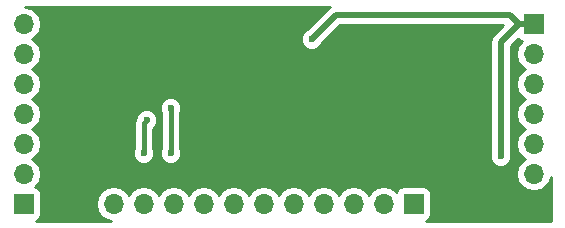
<source format=gbr>
G04 #@! TF.FileFunction,Copper,L1,Top,Signal*
%FSLAX46Y46*%
G04 Gerber Fmt 4.6, Leading zero omitted, Abs format (unit mm)*
G04 Created by KiCad (PCBNEW 4.0.4-stable) date 12/09/17 21:43:01*
%MOMM*%
%LPD*%
G01*
G04 APERTURE LIST*
%ADD10C,0.100000*%
%ADD11R,1.700000X1.700000*%
%ADD12O,1.700000X1.700000*%
%ADD13C,0.600000*%
%ADD14C,0.500000*%
%ADD15C,0.400000*%
%ADD16C,0.250000*%
G04 APERTURE END LIST*
D10*
D11*
X116840000Y-86360000D03*
D12*
X116840000Y-83820000D03*
X116840000Y-81280000D03*
X116840000Y-78740000D03*
X116840000Y-76200000D03*
X116840000Y-73660000D03*
X116840000Y-71120000D03*
D11*
X160020000Y-71120000D03*
D12*
X160020000Y-73660000D03*
X160020000Y-76200000D03*
X160020000Y-78740000D03*
X160020000Y-81280000D03*
X160020000Y-83820000D03*
X160020000Y-86360000D03*
D11*
X149860000Y-86360000D03*
D12*
X147320000Y-86360000D03*
X144780000Y-86360000D03*
X142240000Y-86360000D03*
X139700000Y-86360000D03*
X137160000Y-86360000D03*
X134620000Y-86360000D03*
X132080000Y-86360000D03*
X129540000Y-86360000D03*
X127000000Y-86360000D03*
X124460000Y-86360000D03*
D13*
X147828000Y-81788000D03*
X147828000Y-79248000D03*
X147828000Y-76454000D03*
X151638000Y-82042000D03*
X147828000Y-74168000D03*
X124968000Y-71882000D03*
X128524000Y-76708000D03*
X131826000Y-83566000D03*
X147828000Y-71882000D03*
X151892000Y-71882000D03*
X138430000Y-71120000D03*
X141224000Y-72390000D03*
X157226000Y-82296000D03*
X127000000Y-82042000D03*
X127254000Y-79248000D03*
X129286000Y-82042000D03*
X129286000Y-78232000D03*
D14*
X160020000Y-71120000D02*
X158750000Y-71120000D01*
X158750000Y-71120000D02*
X157988000Y-70358000D01*
X143256000Y-70358000D02*
X141224000Y-72390000D01*
X157988000Y-70358000D02*
X143256000Y-70358000D01*
X157226000Y-72644000D02*
X157226000Y-82296000D01*
X158750000Y-71120000D02*
X157226000Y-72644000D01*
D15*
X127000000Y-79502000D02*
X127000000Y-82042000D01*
X127254000Y-79248000D02*
X127000000Y-79502000D01*
X129286000Y-78232000D02*
X129286000Y-82042000D01*
D16*
G36*
X142637282Y-69739282D02*
X140820828Y-71555736D01*
X140700714Y-71605366D01*
X140440280Y-71865345D01*
X140299161Y-72205199D01*
X140298840Y-72573187D01*
X140439366Y-72913286D01*
X140699345Y-73173720D01*
X141039199Y-73314839D01*
X141407187Y-73315160D01*
X141747286Y-73174634D01*
X142007720Y-72914655D01*
X142058093Y-72793343D01*
X143618436Y-71233000D01*
X157399563Y-71233000D01*
X156607282Y-72025282D01*
X156417605Y-72309152D01*
X156351000Y-72644000D01*
X156351000Y-81991173D01*
X156301161Y-82111199D01*
X156300840Y-82479187D01*
X156441366Y-82819286D01*
X156701345Y-83079720D01*
X157041199Y-83220839D01*
X157409187Y-83221160D01*
X157749286Y-83080634D01*
X158009720Y-82820655D01*
X158150839Y-82480801D01*
X158151160Y-82112813D01*
X158101000Y-81991416D01*
X158101000Y-73006436D01*
X158705343Y-72402093D01*
X158713219Y-72414332D01*
X158922076Y-72557038D01*
X159010950Y-72575035D01*
X158948120Y-72617017D01*
X158628381Y-73095542D01*
X158516103Y-73660000D01*
X158628381Y-74224458D01*
X158948120Y-74702983D01*
X159287876Y-74930000D01*
X158948120Y-75157017D01*
X158628381Y-75635542D01*
X158516103Y-76200000D01*
X158628381Y-76764458D01*
X158948120Y-77242983D01*
X159287876Y-77470000D01*
X158948120Y-77697017D01*
X158628381Y-78175542D01*
X158516103Y-78740000D01*
X158628381Y-79304458D01*
X158948120Y-79782983D01*
X159287876Y-80010000D01*
X158948120Y-80237017D01*
X158628381Y-80715542D01*
X158516103Y-81280000D01*
X158628381Y-81844458D01*
X158948120Y-82322983D01*
X159287876Y-82550000D01*
X158948120Y-82777017D01*
X158628381Y-83255542D01*
X158516103Y-83820000D01*
X158628381Y-84384458D01*
X158948120Y-84862983D01*
X159426645Y-85182722D01*
X159991103Y-85295000D01*
X160048897Y-85295000D01*
X160613355Y-85182722D01*
X161091880Y-84862983D01*
X161411619Y-84384458D01*
X161475000Y-84065821D01*
X161475000Y-87815000D01*
X150881361Y-87815000D01*
X150941611Y-87803663D01*
X151154332Y-87666781D01*
X151297038Y-87457924D01*
X151347244Y-87210000D01*
X151347244Y-85510000D01*
X151303663Y-85278389D01*
X151166781Y-85065668D01*
X150957924Y-84922962D01*
X150710000Y-84872756D01*
X149010000Y-84872756D01*
X148778389Y-84916337D01*
X148565668Y-85053219D01*
X148422962Y-85262076D01*
X148404965Y-85350950D01*
X148362983Y-85288120D01*
X147884458Y-84968381D01*
X147320000Y-84856103D01*
X146755542Y-84968381D01*
X146277017Y-85288120D01*
X146050000Y-85627876D01*
X145822983Y-85288120D01*
X145344458Y-84968381D01*
X144780000Y-84856103D01*
X144215542Y-84968381D01*
X143737017Y-85288120D01*
X143510000Y-85627876D01*
X143282983Y-85288120D01*
X142804458Y-84968381D01*
X142240000Y-84856103D01*
X141675542Y-84968381D01*
X141197017Y-85288120D01*
X140970000Y-85627876D01*
X140742983Y-85288120D01*
X140264458Y-84968381D01*
X139700000Y-84856103D01*
X139135542Y-84968381D01*
X138657017Y-85288120D01*
X138430000Y-85627876D01*
X138202983Y-85288120D01*
X137724458Y-84968381D01*
X137160000Y-84856103D01*
X136595542Y-84968381D01*
X136117017Y-85288120D01*
X135890000Y-85627876D01*
X135662983Y-85288120D01*
X135184458Y-84968381D01*
X134620000Y-84856103D01*
X134055542Y-84968381D01*
X133577017Y-85288120D01*
X133350000Y-85627876D01*
X133122983Y-85288120D01*
X132644458Y-84968381D01*
X132080000Y-84856103D01*
X131515542Y-84968381D01*
X131037017Y-85288120D01*
X130810000Y-85627876D01*
X130582983Y-85288120D01*
X130104458Y-84968381D01*
X129540000Y-84856103D01*
X128975542Y-84968381D01*
X128497017Y-85288120D01*
X128270000Y-85627876D01*
X128042983Y-85288120D01*
X127564458Y-84968381D01*
X127000000Y-84856103D01*
X126435542Y-84968381D01*
X125957017Y-85288120D01*
X125730000Y-85627876D01*
X125502983Y-85288120D01*
X125024458Y-84968381D01*
X124460000Y-84856103D01*
X123895542Y-84968381D01*
X123417017Y-85288120D01*
X123097278Y-85766645D01*
X122985000Y-86331103D01*
X122985000Y-86388897D01*
X123097278Y-86953355D01*
X123417017Y-87431880D01*
X123895542Y-87751619D01*
X124214179Y-87815000D01*
X117861361Y-87815000D01*
X117921611Y-87803663D01*
X118134332Y-87666781D01*
X118277038Y-87457924D01*
X118327244Y-87210000D01*
X118327244Y-85510000D01*
X118283663Y-85278389D01*
X118146781Y-85065668D01*
X117937924Y-84922962D01*
X117849050Y-84904965D01*
X117911880Y-84862983D01*
X118231619Y-84384458D01*
X118343897Y-83820000D01*
X118231619Y-83255542D01*
X117911880Y-82777017D01*
X117572124Y-82550000D01*
X117911880Y-82322983D01*
X117977224Y-82225187D01*
X126074840Y-82225187D01*
X126215366Y-82565286D01*
X126475345Y-82825720D01*
X126815199Y-82966839D01*
X127183187Y-82967160D01*
X127523286Y-82826634D01*
X127783720Y-82566655D01*
X127924839Y-82226801D01*
X127925160Y-81858813D01*
X127825000Y-81616407D01*
X127825000Y-79985003D01*
X128037720Y-79772655D01*
X128178839Y-79432801D01*
X128179160Y-79064813D01*
X128038634Y-78724714D01*
X127778655Y-78464280D01*
X127660426Y-78415187D01*
X128360840Y-78415187D01*
X128461000Y-78657593D01*
X128461000Y-81616759D01*
X128361161Y-81857199D01*
X128360840Y-82225187D01*
X128501366Y-82565286D01*
X128761345Y-82825720D01*
X129101199Y-82966839D01*
X129469187Y-82967160D01*
X129809286Y-82826634D01*
X130069720Y-82566655D01*
X130210839Y-82226801D01*
X130211160Y-81858813D01*
X130111000Y-81616407D01*
X130111000Y-78657241D01*
X130210839Y-78416801D01*
X130211160Y-78048813D01*
X130070634Y-77708714D01*
X129810655Y-77448280D01*
X129470801Y-77307161D01*
X129102813Y-77306840D01*
X128762714Y-77447366D01*
X128502280Y-77707345D01*
X128361161Y-78047199D01*
X128360840Y-78415187D01*
X127660426Y-78415187D01*
X127438801Y-78323161D01*
X127070813Y-78322840D01*
X126730714Y-78463366D01*
X126470280Y-78723345D01*
X126344128Y-79027154D01*
X126237799Y-79186286D01*
X126175000Y-79502000D01*
X126175000Y-81616759D01*
X126075161Y-81857199D01*
X126074840Y-82225187D01*
X117977224Y-82225187D01*
X118231619Y-81844458D01*
X118343897Y-81280000D01*
X118231619Y-80715542D01*
X117911880Y-80237017D01*
X117572124Y-80010000D01*
X117911880Y-79782983D01*
X118231619Y-79304458D01*
X118343897Y-78740000D01*
X118231619Y-78175542D01*
X117911880Y-77697017D01*
X117572124Y-77470000D01*
X117911880Y-77242983D01*
X118231619Y-76764458D01*
X118343897Y-76200000D01*
X118231619Y-75635542D01*
X117911880Y-75157017D01*
X117572124Y-74930000D01*
X117911880Y-74702983D01*
X118231619Y-74224458D01*
X118343897Y-73660000D01*
X118231619Y-73095542D01*
X117911880Y-72617017D01*
X117572124Y-72390000D01*
X117911880Y-72162983D01*
X118231619Y-71684458D01*
X118343897Y-71120000D01*
X118231619Y-70555542D01*
X117911880Y-70077017D01*
X117433355Y-69757278D01*
X116969444Y-69665000D01*
X142748452Y-69665000D01*
X142637282Y-69739282D01*
X142637282Y-69739282D01*
G37*
X142637282Y-69739282D02*
X140820828Y-71555736D01*
X140700714Y-71605366D01*
X140440280Y-71865345D01*
X140299161Y-72205199D01*
X140298840Y-72573187D01*
X140439366Y-72913286D01*
X140699345Y-73173720D01*
X141039199Y-73314839D01*
X141407187Y-73315160D01*
X141747286Y-73174634D01*
X142007720Y-72914655D01*
X142058093Y-72793343D01*
X143618436Y-71233000D01*
X157399563Y-71233000D01*
X156607282Y-72025282D01*
X156417605Y-72309152D01*
X156351000Y-72644000D01*
X156351000Y-81991173D01*
X156301161Y-82111199D01*
X156300840Y-82479187D01*
X156441366Y-82819286D01*
X156701345Y-83079720D01*
X157041199Y-83220839D01*
X157409187Y-83221160D01*
X157749286Y-83080634D01*
X158009720Y-82820655D01*
X158150839Y-82480801D01*
X158151160Y-82112813D01*
X158101000Y-81991416D01*
X158101000Y-73006436D01*
X158705343Y-72402093D01*
X158713219Y-72414332D01*
X158922076Y-72557038D01*
X159010950Y-72575035D01*
X158948120Y-72617017D01*
X158628381Y-73095542D01*
X158516103Y-73660000D01*
X158628381Y-74224458D01*
X158948120Y-74702983D01*
X159287876Y-74930000D01*
X158948120Y-75157017D01*
X158628381Y-75635542D01*
X158516103Y-76200000D01*
X158628381Y-76764458D01*
X158948120Y-77242983D01*
X159287876Y-77470000D01*
X158948120Y-77697017D01*
X158628381Y-78175542D01*
X158516103Y-78740000D01*
X158628381Y-79304458D01*
X158948120Y-79782983D01*
X159287876Y-80010000D01*
X158948120Y-80237017D01*
X158628381Y-80715542D01*
X158516103Y-81280000D01*
X158628381Y-81844458D01*
X158948120Y-82322983D01*
X159287876Y-82550000D01*
X158948120Y-82777017D01*
X158628381Y-83255542D01*
X158516103Y-83820000D01*
X158628381Y-84384458D01*
X158948120Y-84862983D01*
X159426645Y-85182722D01*
X159991103Y-85295000D01*
X160048897Y-85295000D01*
X160613355Y-85182722D01*
X161091880Y-84862983D01*
X161411619Y-84384458D01*
X161475000Y-84065821D01*
X161475000Y-87815000D01*
X150881361Y-87815000D01*
X150941611Y-87803663D01*
X151154332Y-87666781D01*
X151297038Y-87457924D01*
X151347244Y-87210000D01*
X151347244Y-85510000D01*
X151303663Y-85278389D01*
X151166781Y-85065668D01*
X150957924Y-84922962D01*
X150710000Y-84872756D01*
X149010000Y-84872756D01*
X148778389Y-84916337D01*
X148565668Y-85053219D01*
X148422962Y-85262076D01*
X148404965Y-85350950D01*
X148362983Y-85288120D01*
X147884458Y-84968381D01*
X147320000Y-84856103D01*
X146755542Y-84968381D01*
X146277017Y-85288120D01*
X146050000Y-85627876D01*
X145822983Y-85288120D01*
X145344458Y-84968381D01*
X144780000Y-84856103D01*
X144215542Y-84968381D01*
X143737017Y-85288120D01*
X143510000Y-85627876D01*
X143282983Y-85288120D01*
X142804458Y-84968381D01*
X142240000Y-84856103D01*
X141675542Y-84968381D01*
X141197017Y-85288120D01*
X140970000Y-85627876D01*
X140742983Y-85288120D01*
X140264458Y-84968381D01*
X139700000Y-84856103D01*
X139135542Y-84968381D01*
X138657017Y-85288120D01*
X138430000Y-85627876D01*
X138202983Y-85288120D01*
X137724458Y-84968381D01*
X137160000Y-84856103D01*
X136595542Y-84968381D01*
X136117017Y-85288120D01*
X135890000Y-85627876D01*
X135662983Y-85288120D01*
X135184458Y-84968381D01*
X134620000Y-84856103D01*
X134055542Y-84968381D01*
X133577017Y-85288120D01*
X133350000Y-85627876D01*
X133122983Y-85288120D01*
X132644458Y-84968381D01*
X132080000Y-84856103D01*
X131515542Y-84968381D01*
X131037017Y-85288120D01*
X130810000Y-85627876D01*
X130582983Y-85288120D01*
X130104458Y-84968381D01*
X129540000Y-84856103D01*
X128975542Y-84968381D01*
X128497017Y-85288120D01*
X128270000Y-85627876D01*
X128042983Y-85288120D01*
X127564458Y-84968381D01*
X127000000Y-84856103D01*
X126435542Y-84968381D01*
X125957017Y-85288120D01*
X125730000Y-85627876D01*
X125502983Y-85288120D01*
X125024458Y-84968381D01*
X124460000Y-84856103D01*
X123895542Y-84968381D01*
X123417017Y-85288120D01*
X123097278Y-85766645D01*
X122985000Y-86331103D01*
X122985000Y-86388897D01*
X123097278Y-86953355D01*
X123417017Y-87431880D01*
X123895542Y-87751619D01*
X124214179Y-87815000D01*
X117861361Y-87815000D01*
X117921611Y-87803663D01*
X118134332Y-87666781D01*
X118277038Y-87457924D01*
X118327244Y-87210000D01*
X118327244Y-85510000D01*
X118283663Y-85278389D01*
X118146781Y-85065668D01*
X117937924Y-84922962D01*
X117849050Y-84904965D01*
X117911880Y-84862983D01*
X118231619Y-84384458D01*
X118343897Y-83820000D01*
X118231619Y-83255542D01*
X117911880Y-82777017D01*
X117572124Y-82550000D01*
X117911880Y-82322983D01*
X117977224Y-82225187D01*
X126074840Y-82225187D01*
X126215366Y-82565286D01*
X126475345Y-82825720D01*
X126815199Y-82966839D01*
X127183187Y-82967160D01*
X127523286Y-82826634D01*
X127783720Y-82566655D01*
X127924839Y-82226801D01*
X127925160Y-81858813D01*
X127825000Y-81616407D01*
X127825000Y-79985003D01*
X128037720Y-79772655D01*
X128178839Y-79432801D01*
X128179160Y-79064813D01*
X128038634Y-78724714D01*
X127778655Y-78464280D01*
X127660426Y-78415187D01*
X128360840Y-78415187D01*
X128461000Y-78657593D01*
X128461000Y-81616759D01*
X128361161Y-81857199D01*
X128360840Y-82225187D01*
X128501366Y-82565286D01*
X128761345Y-82825720D01*
X129101199Y-82966839D01*
X129469187Y-82967160D01*
X129809286Y-82826634D01*
X130069720Y-82566655D01*
X130210839Y-82226801D01*
X130211160Y-81858813D01*
X130111000Y-81616407D01*
X130111000Y-78657241D01*
X130210839Y-78416801D01*
X130211160Y-78048813D01*
X130070634Y-77708714D01*
X129810655Y-77448280D01*
X129470801Y-77307161D01*
X129102813Y-77306840D01*
X128762714Y-77447366D01*
X128502280Y-77707345D01*
X128361161Y-78047199D01*
X128360840Y-78415187D01*
X127660426Y-78415187D01*
X127438801Y-78323161D01*
X127070813Y-78322840D01*
X126730714Y-78463366D01*
X126470280Y-78723345D01*
X126344128Y-79027154D01*
X126237799Y-79186286D01*
X126175000Y-79502000D01*
X126175000Y-81616759D01*
X126075161Y-81857199D01*
X126074840Y-82225187D01*
X117977224Y-82225187D01*
X118231619Y-81844458D01*
X118343897Y-81280000D01*
X118231619Y-80715542D01*
X117911880Y-80237017D01*
X117572124Y-80010000D01*
X117911880Y-79782983D01*
X118231619Y-79304458D01*
X118343897Y-78740000D01*
X118231619Y-78175542D01*
X117911880Y-77697017D01*
X117572124Y-77470000D01*
X117911880Y-77242983D01*
X118231619Y-76764458D01*
X118343897Y-76200000D01*
X118231619Y-75635542D01*
X117911880Y-75157017D01*
X117572124Y-74930000D01*
X117911880Y-74702983D01*
X118231619Y-74224458D01*
X118343897Y-73660000D01*
X118231619Y-73095542D01*
X117911880Y-72617017D01*
X117572124Y-72390000D01*
X117911880Y-72162983D01*
X118231619Y-71684458D01*
X118343897Y-71120000D01*
X118231619Y-70555542D01*
X117911880Y-70077017D01*
X117433355Y-69757278D01*
X116969444Y-69665000D01*
X142748452Y-69665000D01*
X142637282Y-69739282D01*
M02*

</source>
